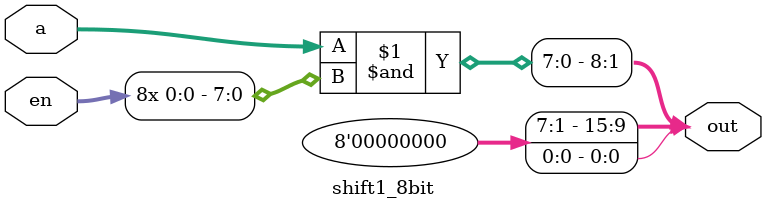
<source format=v>
module shift1_8bit(
	input [7:0] a,
	input en,
	output [15:0] out
);

assign out[15:9] = 7'b0;
assign out[8:1] = a&{8{en}};
assign out[0] = 1'b0;

endmodule

</source>
